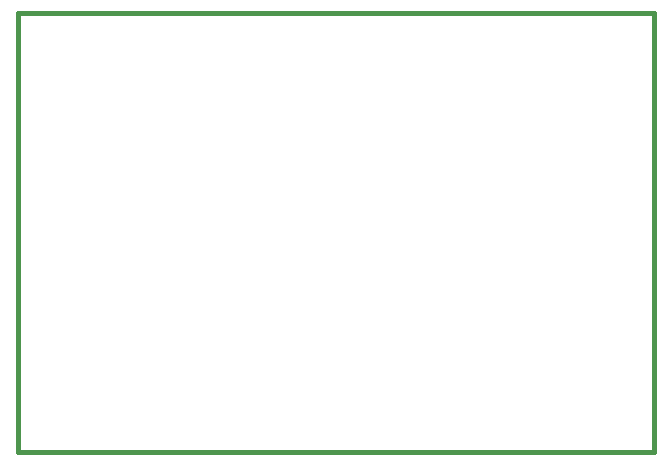
<source format=gm1>
G04*
G04 #@! TF.GenerationSoftware,Altium Limited,Altium Designer,23.1.1 (15)*
G04*
G04 Layer_Color=16711935*
%FSLAX24Y24*%
%MOIN*%
G70*
G04*
G04 #@! TF.SameCoordinates,EDFB4F86-8D80-4751-AEB2-894B5B2271B4*
G04*
G04*
G04 #@! TF.FilePolarity,Positive*
G04*
G01*
G75*
%ADD47C,0.0150*%
D47*
X21185Y0D02*
Y14633D01*
X0Y0D02*
Y14633D01*
X21185D01*
X0Y0D02*
X21185D01*
M02*

</source>
